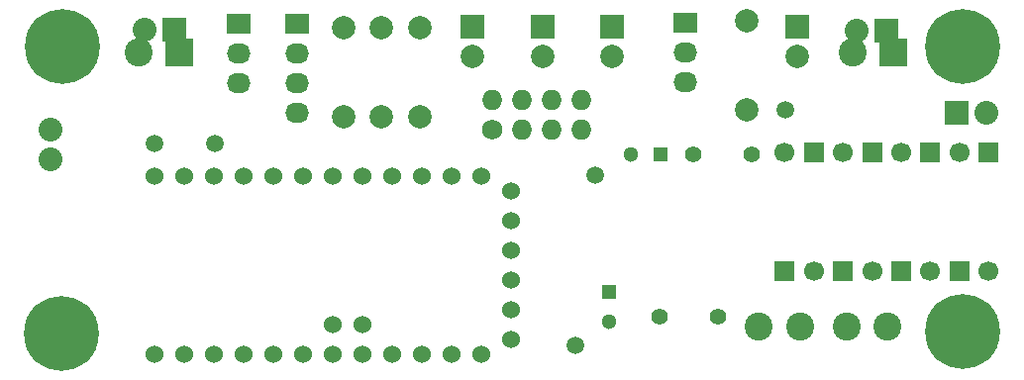
<source format=gts>
G04 #@! TF.FileFunction,Soldermask,Top*
%FSLAX46Y46*%
G04 Gerber Fmt 4.6, Leading zero omitted, Abs format (unit mm)*
G04 Created by KiCad (PCBNEW 4.0.5) date Thursday, March 02, 2017 'AMt' 11:59:14 AM*
%MOMM*%
%LPD*%
G01*
G04 APERTURE LIST*
%ADD10C,0.100000*%
%ADD11C,1.524000*%
%ADD12C,6.400000*%
%ADD13C,1.727200*%
%ADD14O,1.727200X1.727200*%
%ADD15C,2.000000*%
%ADD16R,2.000000X2.000000*%
%ADD17C,1.400000*%
%ADD18R,1.300000X1.300000*%
%ADD19C,1.300000*%
%ADD20C,2.400000*%
%ADD21C,1.699260*%
%ADD22R,1.699260X1.699260*%
%ADD23R,2.400000X2.400000*%
%ADD24R,2.032000X1.727200*%
%ADD25O,2.032000X1.727200*%
%ADD26C,2.032000*%
%ADD27O,2.032000X2.032000*%
%ADD28R,2.032000X2.032000*%
%ADD29C,1.998980*%
%ADD30C,1.500000*%
G04 APERTURE END LIST*
D10*
D11*
X111847200Y-130360800D03*
X114387200Y-130360800D03*
X116927200Y-130360800D03*
X119467200Y-130360800D03*
X122007200Y-130360800D03*
X124547200Y-130360800D03*
X127087200Y-130360800D03*
X129627200Y-130360800D03*
X132167200Y-130360800D03*
X134707200Y-130360800D03*
X137247200Y-130360800D03*
X139787200Y-130360800D03*
X127087200Y-127820800D03*
X129627200Y-127820800D03*
X111847200Y-115120800D03*
X114387200Y-115120800D03*
X116927200Y-115120800D03*
X119467200Y-115120800D03*
X122007200Y-115120800D03*
X124547200Y-115120800D03*
X127087200Y-115120800D03*
X129627200Y-115120800D03*
X132167200Y-115120800D03*
X134707200Y-115120800D03*
X137247200Y-115120800D03*
X139787200Y-115120800D03*
X142327200Y-116390800D03*
X142327200Y-118930800D03*
X142327200Y-121470800D03*
X142327200Y-124010800D03*
X142327200Y-126550800D03*
X142327200Y-129090800D03*
D12*
X103997200Y-103990800D03*
D13*
X140677200Y-111120800D03*
D14*
X140677200Y-108580800D03*
X143217200Y-111120800D03*
X143217200Y-108580800D03*
X145757200Y-111120800D03*
X145757200Y-108580800D03*
X148297200Y-111120800D03*
X148297200Y-108580800D03*
D15*
X139027200Y-104860800D03*
D16*
X139027200Y-102320800D03*
D17*
X157907200Y-113260800D03*
X162907200Y-113260800D03*
D18*
X150740000Y-125000000D03*
D19*
X150740000Y-127500000D03*
D15*
X166747200Y-104860800D03*
D16*
X166747200Y-102320800D03*
D18*
X155077200Y-113260800D03*
D19*
X152577200Y-113260800D03*
D20*
X174517200Y-127990800D03*
X171017200Y-127990800D03*
D17*
X154987200Y-127100800D03*
X159987200Y-127100800D03*
D21*
X183122540Y-123240520D03*
D22*
X183122540Y-113080520D03*
D21*
X180657460Y-113059480D03*
D22*
X180657460Y-123219480D03*
D21*
X178102540Y-123240520D03*
D22*
X178102540Y-113080520D03*
D21*
X175667460Y-113059480D03*
D22*
X175667460Y-123219480D03*
D21*
X173192540Y-123240520D03*
D22*
X173192540Y-113080520D03*
D21*
X170664660Y-113070280D03*
D22*
X170664660Y-123230280D03*
D21*
X168189740Y-123251320D03*
D22*
X168189740Y-113091320D03*
D21*
X165664660Y-113070280D03*
D22*
X165664660Y-123230280D03*
D20*
X110477200Y-104470800D03*
D23*
X113977200Y-104470800D03*
D20*
X167007200Y-127990800D03*
X163507200Y-127990800D03*
X171537200Y-104470800D03*
D23*
X175037200Y-104470800D03*
D24*
X124017200Y-102010800D03*
D25*
X124017200Y-104550800D03*
X124017200Y-107090800D03*
X124017200Y-109630800D03*
D24*
X119017200Y-102010800D03*
D25*
X119017200Y-104550800D03*
X119017200Y-107090800D03*
D24*
X157257200Y-102000800D03*
D25*
X157257200Y-104540800D03*
X157257200Y-107080800D03*
D12*
X103917200Y-128550800D03*
X180897200Y-128390800D03*
X180897200Y-103990800D03*
D26*
X102947200Y-111080800D03*
D27*
X102947200Y-113620800D03*
D28*
X180417200Y-109640800D03*
D27*
X182957200Y-109640800D03*
D15*
X145007200Y-104860800D03*
D16*
X145007200Y-102320800D03*
D15*
X150987200Y-104860800D03*
D16*
X150987200Y-102320800D03*
D29*
X134497200Y-109990800D03*
X134497200Y-102370800D03*
X131257200Y-109990800D03*
X131257200Y-102370800D03*
X128017200Y-109990800D03*
X128017200Y-102370800D03*
X162497200Y-109440800D03*
X162497200Y-101820800D03*
D28*
X113560000Y-102560000D03*
D27*
X111020000Y-102560000D03*
D28*
X174430000Y-102640000D03*
D27*
X171890000Y-102640000D03*
D30*
X111850000Y-112260000D03*
X165740000Y-109410000D03*
X116970000Y-112260000D03*
X147840000Y-129570000D03*
X149500000Y-114990000D03*
M02*

</source>
